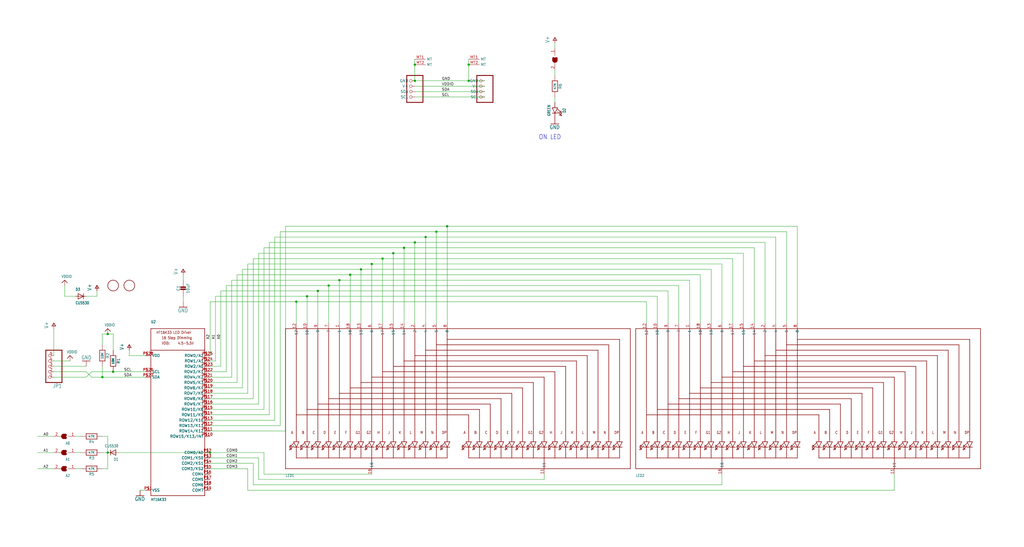
<source format=kicad_sch>
(kicad_sch (version 20230121) (generator eeschema)
  (paper "User" 482.803 257.835)
  (lib_symbols
    (symbol "working-eagle-import:CAP_CERAMIC0805-NOOUTLINE"
      (property "Reference" "C" (at -2.29 1.25 90))
      (symbol "CAP_CERAMIC0805-NOOUTLINE_1_0"
        (pin passive line (at 0 5.08 270) (length 2.54) (name "1") (number "1"))
        (pin passive line (at 0 -2.54 90) (length 2.54) (name "2") (number "2"))
      )
    )
    (symbol "working-eagle-import:DIODESOD-323F"
      (property "Reference" "D" (at -2.54 2.54 0))
      (symbol "DIODESOD-323F_1_0"
        (pin passive line (at -2.54 0 0) (length 2.54) (name "A") (number "A"))
        (pin passive line (at 2.54 0 180) (length 2.54) (name "C") (number "C"))
      )
    )
    (symbol "working-eagle-import:DISP_SEGMENT_STARBURST_DUAL_COMMONCATHODE"
      (property "Reference" "LED" (at -81.28 38.1 0))
      (symbol "DISP_SEGMENT_STARBURST_DUAL_COMMONCATHODE_1_0"
        (text "A" (at -78.74 17.78 0) (effects (font (size 1.27 1.0795)) (justify left bottom)))
        (text "A" (at 2.54 17.78 0) (effects (font (size 1.27 1.0795)) (justify left bottom)))
        (text "B" (at -73.66 17.78 0) (effects (font (size 1.27 1.0795)) (justify left bottom)))
        (text "B" (at 7.62 17.78 0) (effects (font (size 1.27 1.0795)) (justify left bottom)))
        (text "C" (at -68.58 17.78 0) (effects (font (size 1.27 1.0795)) (justify left bottom)))
        (text "C" (at 12.7 17.78 0) (effects (font (size 1.27 1.0795)) (justify left bottom)))
        (text "D" (at -63.5 17.78 0) (effects (font (size 1.27 1.0795)) (justify left bottom)))
        (text "D" (at 17.78 17.78 0) (effects (font (size 1.27 1.0795)) (justify left bottom)))
        (text "DP" (at -7.62 17.78 0) (effects (font (size 1.27 1.0795)) (justify left bottom)))
        (text "DP" (at 73.66 17.78 0) (effects (font (size 1.27 1.0795)) (justify left bottom)))
        (text "E" (at -58.42 17.78 0) (effects (font (size 1.27 1.0795)) (justify left bottom)))
        (text "E" (at 22.86 17.78 0) (effects (font (size 1.27 1.0795)) (justify left bottom)))
        (text "F" (at -53.34 17.78 0) (effects (font (size 1.27 1.0795)) (justify left bottom)))
        (text "F" (at 27.94 17.78 0) (effects (font (size 1.27 1.0795)) (justify left bottom)))
        (text "G1" (at -48.26 17.78 0) (effects (font (size 1.27 1.0795)) (justify left bottom)))
        (text "G1" (at 33.02 17.78 0) (effects (font (size 1.27 1.0795)) (justify left bottom)))
        (text "G2" (at -43.18 17.78 0) (effects (font (size 1.27 1.0795)) (justify left bottom)))
        (text "G2" (at 38.1 17.78 0) (effects (font (size 1.27 1.0795)) (justify left bottom)))
        (text "H" (at -38.1 17.78 0) (effects (font (size 1.27 1.0795)) (justify left bottom)))
        (text "H" (at 43.18 17.78 0) (effects (font (size 1.27 1.0795)) (justify left bottom)))
        (text "J" (at -33.02 17.78 0) (effects (font (size 1.27 1.0795)) (justify left bottom)))
        (text "J" (at 48.26 17.78 0) (effects (font (size 1.27 1.0795)) (justify left bottom)))
        (text "K" (at -27.94 17.78 0) (effects (font (size 1.27 1.0795)) (justify left bottom)))
        (text "K" (at 53.34 17.78 0) (effects (font (size 1.27 1.0795)) (justify left bottom)))
        (text "L" (at -22.86 17.78 0) (effects (font (size 1.27 1.0795)) (justify left bottom)))
        (text "L" (at 58.42 17.78 0) (effects (font (size 1.27 1.0795)) (justify left bottom)))
        (text "M" (at -17.78 17.78 0) (effects (font (size 1.27 1.0795)) (justify left bottom)))
        (text "M" (at 63.5 17.78 0) (effects (font (size 1.27 1.0795)) (justify left bottom)))
        (text "N" (at -12.7 17.78 0) (effects (font (size 1.27 1.0795)) (justify left bottom)))
        (text "N" (at 68.58 17.78 0) (effects (font (size 1.27 1.0795)) (justify left bottom)))
        (pin bidirectional line (at -55.88 -33.02 90) (length 2.54) (name "1") (number "1"))
        (pin bidirectional line (at -71.12 -33.02 90) (length 2.54) (name "10") (number "10"))
        (pin bidirectional line (at 40.64 38.1 270) (length 2.54) (name "11") (number "11"))
        (pin bidirectional line (at -76.2 -33.02 90) (length 2.54) (name "12") (number "12"))
        (pin bidirectional line (at -45.72 -33.02 90) (length 2.54) (name "13") (number "13"))
        (pin bidirectional line (at -25.4 -33.02 90) (length 2.54) (name "14") (number "14"))
        (pin bidirectional line (at -30.48 -33.02 90) (length 2.54) (name "15") (number "15"))
        (pin bidirectional line (at -40.64 38.1 270) (length 2.54) (name "16") (number "16"))
        (pin bidirectional line (at -35.56 -33.02 90) (length 2.54) (name "17") (number "17"))
        (pin bidirectional line (at -50.8 -33.02 90) (length 2.54) (name "18") (number "18"))
        (pin bidirectional line (at -20.32 -33.02 90) (length 2.54) (name "2") (number "2"))
        (pin bidirectional line (at -15.24 -33.02 90) (length 2.54) (name "4") (number "4"))
        (pin bidirectional line (at -10.16 -33.02 90) (length 2.54) (name "5") (number "5"))
        (pin bidirectional line (at -40.64 -33.02 90) (length 2.54) (name "6") (number "6"))
        (pin bidirectional line (at -60.96 -33.02 90) (length 2.54) (name "7") (number "7"))
        (pin bidirectional line (at -5.08 -33.02 90) (length 2.54) (name "8") (number "8"))
        (pin bidirectional line (at -66.04 -33.02 90) (length 2.54) (name "9") (number "9"))
      )
    )
    (symbol "working-eagle-import:FIDUCIAL")
    (symbol "working-eagle-import:GND" (power)
      (property "Value" "GND" (at -2.54 -2.54 0))
      (symbol "GND_1_0"
        (pin power_in line (at 0 2.54 270) (length 2.54) (name "GND") (number "1"))
      )
    )
    (symbol "working-eagle-import:HEADER-1X570MIL"
      (property "Reference" "JP" (at -6.35 8.255 0))
      (symbol "HEADER-1X570MIL_1_0"
        (pin passive inverted (at -2.54 5.08 0) (length 2.54) (name "1") (number "1"))
        (pin passive inverted (at -2.54 2.54 0) (length 2.54) (name "2") (number "2"))
        (pin passive inverted (at -2.54 0 0) (length 2.54) (name "3") (number "3"))
        (pin passive inverted (at -2.54 -2.54 0) (length 2.54) (name "4") (number "4"))
        (pin passive inverted (at -2.54 -5.08 0) (length 2.54) (name "5") (number "5"))
      )
    )
    (symbol "working-eagle-import:HT16K33_SOP28_SKINNY"
      (property "Reference" "U" (at -12.7 40.64 0))
      (symbol "HT16K33_SOP28_SKINNY_1_0"
        (text "16 Step Dimming" (at -7.62 33.02 0) (effects (font (size 1.27 1.0795)) (justify left bottom)))
        (text "4.5-5.5V" (at 0 30.48 0) (effects (font (size 1.27 1.0795)) (justify left bottom)))
        (text "HT16K33 LED Driver" (at -10.16 35.56 0) (effects (font (size 1.27 1.0795)) (justify left bottom)))
        (text "VDD:" (at -7.62 30.48 0) (effects (font (size 1.27 1.0795)) (justify left bottom)))
        (pin bidirectional line (at -15.24 -38.1 0) (length 2.54) (name "VSS") (number "P$1"))
        (pin bidirectional line (at 15.24 -12.7 180) (length 2.54) (name "ROW15/K13/INT") (number "P$10"))
        (pin bidirectional line (at 15.24 -10.16 180) (length 2.54) (name "ROW14/K12") (number "P$11"))
        (pin bidirectional line (at 15.24 -7.62 180) (length 2.54) (name "ROW13/K11") (number "P$12"))
        (pin bidirectional line (at 15.24 -5.08 180) (length 2.54) (name "ROW12/K10") (number "P$13"))
        (pin bidirectional line (at 15.24 -2.54 180) (length 2.54) (name "ROW11/K9") (number "P$14"))
        (pin bidirectional line (at 15.24 0 180) (length 2.54) (name "ROW10/K8") (number "P$15"))
        (pin bidirectional line (at 15.24 2.54 180) (length 2.54) (name "ROW9/K7") (number "P$16"))
        (pin bidirectional line (at 15.24 5.08 180) (length 2.54) (name "ROW8/K6") (number "P$17"))
        (pin bidirectional line (at 15.24 7.62 180) (length 2.54) (name "ROW7/K5") (number "P$18"))
        (pin bidirectional line (at 15.24 10.16 180) (length 2.54) (name "ROW6/K4") (number "P$19"))
        (pin bidirectional line (at 15.24 -20.32 180) (length 2.54) (name "COM0/AD") (number "P$2"))
        (pin bidirectional line (at 15.24 12.7 180) (length 2.54) (name "ROW5/K3") (number "P$20"))
        (pin bidirectional line (at 15.24 15.24 180) (length 2.54) (name "ROW4/K2") (number "P$21"))
        (pin bidirectional line (at 15.24 17.78 180) (length 2.54) (name "ROW3/K1") (number "P$22"))
        (pin bidirectional line (at 15.24 20.32 180) (length 2.54) (name "ROW2/A0") (number "P$23"))
        (pin bidirectional line (at 15.24 22.86 180) (length 2.54) (name "ROW1/A1") (number "P$24"))
        (pin bidirectional line (at 15.24 25.4 180) (length 2.54) (name "ROW0/A2") (number "P$25"))
        (pin bidirectional line (at -15.24 17.78 0) (length 2.54) (name "SCL") (number "P$26"))
        (pin bidirectional line (at -15.24 15.24 0) (length 2.54) (name "SDA") (number "P$27"))
        (pin bidirectional line (at -15.24 25.4 0) (length 2.54) (name "VDD") (number "P$28"))
        (pin bidirectional line (at 15.24 -22.86 180) (length 2.54) (name "COM1/KS0") (number "P$3"))
        (pin bidirectional line (at 15.24 -25.4 180) (length 2.54) (name "COM2/KS1") (number "P$4"))
        (pin bidirectional line (at 15.24 -27.94 180) (length 2.54) (name "COM3/KS2") (number "P$5"))
        (pin bidirectional line (at 15.24 -30.48 180) (length 2.54) (name "COM4") (number "P$6"))
        (pin bidirectional line (at 15.24 -33.02 180) (length 2.54) (name "COM5") (number "P$7"))
        (pin bidirectional line (at 15.24 -35.56 180) (length 2.54) (name "COM6") (number "P$8"))
        (pin bidirectional line (at 15.24 -38.1 180) (length 2.54) (name "COM7") (number "P$9"))
      )
    )
    (symbol "working-eagle-import:LED0603_NOOUTLINE"
      (property "Reference" "D" (at -1.27 4.445 0))
      (symbol "LED0603_NOOUTLINE_1_0"
        (pin passive line (at -5.08 0 0) (length 2.54) (name "A") (number "A"))
        (pin passive line (at 2.54 0 180) (length 2.54) (name "C") (number "C"))
      )
    )
    (symbol "working-eagle-import:RESISTOR_0603_NOOUT"
      (property "Reference" "R" (at 0 2.54 0))
      (symbol "RESISTOR_0603_NOOUT_1_0"
        (pin passive line (at -5.08 0 0) (length 2.54) (name "1") (number "1"))
        (pin passive line (at 5.08 0 180) (length 2.54) (name "2") (number "2"))
      )
    )
    (symbol "working-eagle-import:SOLDERJUMPERCLOSED"
      (property "Reference" "SJ" (at -2.54 2.54 0))
      (symbol "SOLDERJUMPERCLOSED_1_0"
        (pin passive line (at -5.08 0 0) (length 2.54) (name "1") (number "1"))
        (pin passive line (at 5.08 0 180) (length 2.54) (name "2") (number "2"))
      )
    )
    (symbol "working-eagle-import:SOLDERJUMPERREFLOW_NOPASTE"
      (property "Reference" "SJ" (at -2.54 2.54 0))
      (symbol "SOLDERJUMPERREFLOW_NOPASTE_1_0"
        (pin passive line (at -5.08 0 0) (length 2.54) (name "1") (number "1"))
        (pin passive line (at 5.08 0 180) (length 2.54) (name "2") (number "2"))
      )
    )
    (symbol "working-eagle-import:STEMMA_I2C_QTRA"
      (symbol "STEMMA_I2C_QTRA_1_0"
        (pin passive inverted (at 0 5.08 0) (length 2.54) (name "GND") (number "1"))
        (pin passive inverted (at 0 2.54 0) (length 2.54) (name "V+") (number "2"))
        (pin passive inverted (at 0 0 0) (length 2.54) (name "SDA") (number "3"))
        (pin passive inverted (at 0 -2.54 0) (length 2.54) (name "SCL") (number "4"))
      )
      (symbol "STEMMA_I2C_QTRA_2_0"
        (pin bidirectional line (at 0 0 0) (length 5.08) (name "MT") (number "MT1"))
      )
      (symbol "STEMMA_I2C_QTRA_3_0"
        (pin bidirectional line (at 0 0 0) (length 5.08) (name "MT") (number "MT2"))
      )
    )
    (symbol "working-eagle-import:V+" (power)
      (property "Value" "V+" (at -2.54 -2.54 90))
      (symbol "V+_1_0"
        (pin power_in line (at 0 -2.54 90) (length 2.54) (name "V+") (number "1"))
      )
    )
    (symbol "working-eagle-import:VDDIO" (power)
      (property "Value" "VDDIO" (at -1.524 1.016 0))
      (symbol "VDDIO_1_0"
        (pin power_in line (at 0 -2.54 90) (length 2.54) (name "VDDIO") (number "1"))
      )
    )
  )
  (junction (at 154.94 134.62))
  (junction (at 190.5 116.84))
  (junction (at 50.8 157.48))
  (junction (at 195.58 114.3))
  (junction (at 200.66 111.76))
  (junction (at 50.8 213.36))
  (junction (at 99.06 213.36))
  (junction (at 175.26 124.46))
  (junction (at 165.1 129.54))
  (junction (at 220.98 38.1))
  (junction (at 170.18 127))
  (junction (at 144.78 139.7))
  (junction (at 139.7 142.24))
  (junction (at 180.34 121.92))
  (junction (at 195.58 38.1))
  (junction (at 220.98 30.48))
  (junction (at 195.58 30.48))
  (junction (at 53.34 175.26))
  (junction (at 185.42 119.38))
  (junction (at 48.26 177.8))
  (junction (at 160.02 132.08))
  (junction (at 210.82 106.68))
  (junction (at 205.74 109.22))
  (junction (at 149.86 137.16))
  (wire (pts (xy 99.06 198.12) (xy 129.54 198.12)) (stroke (width 0.1524)))
  (wire (pts (xy 121.92 119.38) (xy 185.42 119.38)) (stroke (width 0.1524)))
  (wire (pts (xy 38.1 213.36) (xy 35.56 213.36)) (stroke (width 0.1524)))
  (wire (pts (xy 99.06 218.44) (xy 119.38 218.44)) (stroke (width 0.1524)))
  (wire (pts (xy 121.92 190.5) (xy 121.92 119.38)) (stroke (width 0.1524)))
  (wire (pts (xy 180.34 121.92) (xy 180.34 152.4)) (stroke (width 0.1524)))
  (wire (pts (xy 220.98 38.1) (xy 220.98 30.48)) (stroke (width 0.1524)))
  (wire (pts (xy 320.04 134.62) (xy 320.04 152.4)) (stroke (width 0.1524)))
  (wire (pts (xy 340.36 228.6) (xy 340.36 223.52)) (stroke (width 0.1524)))
  (wire (pts (xy 99.06 177.8) (xy 109.22 177.8)) (stroke (width 0.1524)))
  (wire (pts (xy 185.42 119.38) (xy 350.52 119.38)) (stroke (width 0.1524)))
  (wire (pts (xy 48.26 157.48) (xy 50.8 157.48)) (stroke (width 0.1524)))
  (wire (pts (xy 17.78 205.74) (xy 25.4 205.74)) (stroke (width 0.1524)))
  (wire (pts (xy 355.6 116.84) (xy 355.6 152.4)) (stroke (width 0.1524)))
  (wire (pts (xy 119.38 121.92) (xy 180.34 121.92)) (stroke (width 0.1524)))
  (wire (pts (xy 370.84 109.22) (xy 370.84 152.4)) (stroke (width 0.1524)))
  (wire (pts (xy 60.96 167.64) (xy 60.96 165.1)) (stroke (width 0.1524)))
  (wire (pts (xy 68.58 177.8) (xy 48.26 177.8)) (stroke (width 0.1524)))
  (wire (pts (xy 261.62 33.02) (xy 261.62 35.56)) (stroke (width 0.1524)))
  (wire (pts (xy 195.58 114.3) (xy 195.58 152.4)) (stroke (width 0.1524)))
  (wire (pts (xy 180.34 121.92) (xy 345.44 121.92)) (stroke (width 0.1524)))
  (wire (pts (xy 48.26 205.74) (xy 50.8 205.74)) (stroke (width 0.1524)))
  (wire (pts (xy 99.06 190.5) (xy 121.92 190.5)) (stroke (width 0.1524)))
  (wire (pts (xy 134.62 106.68) (xy 210.82 106.68)) (stroke (width 0.1524)))
  (wire (pts (xy 99.06 180.34) (xy 111.76 180.34)) (stroke (width 0.1524)))
  (wire (pts (xy 45.72 137.16) (xy 45.72 139.7)) (stroke (width 0.1524)))
  (wire (pts (xy 86.36 142.24) (xy 86.36 139.7)) (stroke (width 0.1524)))
  (wire (pts (xy 124.46 116.84) (xy 190.5 116.84)) (stroke (width 0.1524)))
  (wire (pts (xy 228.6 43.18) (xy 195.58 43.18)) (stroke (width 0.1524)))
  (wire (pts (xy 124.46 213.36) (xy 124.46 223.52)) (stroke (width 0.1524)))
  (wire (pts (xy 134.62 203.2) (xy 134.62 106.68)) (stroke (width 0.1524)))
  (wire (pts (xy 149.86 137.16) (xy 149.86 152.4)) (stroke (width 0.1524)))
  (wire (pts (xy 66.04 231.14) (xy 68.58 231.14)) (stroke (width 0.1524)))
  (wire (pts (xy 99.06 195.58) (xy 127 195.58)) (stroke (width 0.1524)))
  (wire (pts (xy 165.1 129.54) (xy 165.1 152.4)) (stroke (width 0.1524)))
  (wire (pts (xy 190.5 116.84) (xy 190.5 152.4)) (stroke (width 0.1524)))
  (wire (pts (xy 314.96 137.16) (xy 314.96 152.4)) (stroke (width 0.1524)))
  (wire (pts (xy 200.66 111.76) (xy 200.66 152.4)) (stroke (width 0.1524)))
  (wire (pts (xy 116.84 124.46) (xy 175.26 124.46)) (stroke (width 0.1524)))
  (wire (pts (xy 210.82 106.68) (xy 375.92 106.68)) (stroke (width 0.1524)))
  (wire (pts (xy 149.86 137.16) (xy 314.96 137.16)) (stroke (width 0.1524)))
  (wire (pts (xy 360.68 114.3) (xy 360.68 152.4)) (stroke (width 0.1524)))
  (wire (pts (xy 25.4 175.26) (xy 40.64 175.26)) (stroke (width 0.1524)))
  (wire (pts (xy 99.06 200.66) (xy 132.08 200.66)) (stroke (width 0.1524)))
  (wire (pts (xy 38.1 220.98) (xy 35.56 220.98)) (stroke (width 0.1524)))
  (wire (pts (xy 101.6 139.7) (xy 144.78 139.7)) (stroke (width 0.1524)))
  (wire (pts (xy 86.36 129.54) (xy 86.36 132.08)) (stroke (width 0.1524)))
  (wire (pts (xy 99.06 220.98) (xy 116.84 220.98)) (stroke (width 0.1524)))
  (wire (pts (xy 99.06 172.72) (xy 104.14 172.72)) (stroke (width 0.1524)))
  (wire (pts (xy 175.26 124.46) (xy 340.36 124.46)) (stroke (width 0.1524)))
  (wire (pts (xy 154.94 134.62) (xy 154.94 152.4)) (stroke (width 0.1524)))
  (wire (pts (xy 144.78 139.7) (xy 144.78 152.4)) (stroke (width 0.1524)))
  (wire (pts (xy 40.64 175.26) (xy 43.18 177.8)) (stroke (width 0.1524)))
  (wire (pts (xy 365.76 111.76) (xy 365.76 152.4)) (stroke (width 0.1524)))
  (wire (pts (xy 340.36 124.46) (xy 340.36 152.4)) (stroke (width 0.1524)))
  (wire (pts (xy 109.22 132.08) (xy 160.02 132.08)) (stroke (width 0.1524)))
  (wire (pts (xy 25.4 220.98) (xy 17.78 220.98)) (stroke (width 0.1524)))
  (wire (pts (xy 99.06 203.2) (xy 134.62 203.2)) (stroke (width 0.1524)))
  (wire (pts (xy 132.08 200.66) (xy 132.08 109.22)) (stroke (width 0.1524)))
  (wire (pts (xy 53.34 175.26) (xy 43.18 175.26)) (stroke (width 0.1524)))
  (wire (pts (xy 220.98 38.1) (xy 195.58 38.1)) (stroke (width 0.1524)))
  (wire (pts (xy 114.3 127) (xy 170.18 127)) (stroke (width 0.1524)))
  (wire (pts (xy 99.06 213.36) (xy 124.46 213.36)) (stroke (width 0.1524)))
  (wire (pts (xy 111.76 129.54) (xy 165.1 129.54)) (stroke (width 0.1524)))
  (wire (pts (xy 25.4 167.64) (xy 25.4 154.94)) (stroke (width 0.1524)))
  (wire (pts (xy 195.58 114.3) (xy 360.68 114.3)) (stroke (width 0.1524)))
  (wire (pts (xy 40.64 172.72) (xy 25.4 172.72)) (stroke (width 0.1524)))
  (wire (pts (xy 48.26 162.56) (xy 48.26 157.48)) (stroke (width 0.1524)))
  (wire (pts (xy 101.6 170.18) (xy 101.6 139.7)) (stroke (width 0.1524)))
  (wire (pts (xy 99.06 182.88) (xy 114.3 182.88)) (stroke (width 0.1524)))
  (wire (pts (xy 127 114.3) (xy 195.58 114.3)) (stroke (width 0.1524)))
  (wire (pts (xy 170.18 127) (xy 170.18 152.4)) (stroke (width 0.1524)))
  (wire (pts (xy 35.56 139.7) (xy 30.48 139.7)) (stroke (width 0.1524)))
  (wire (pts (xy 256.54 226.06) (xy 256.54 223.52)) (stroke (width 0.1524)))
  (wire (pts (xy 261.62 20.32) (xy 261.62 22.86)) (stroke (width 0.1524)))
  (wire (pts (xy 116.84 185.42) (xy 116.84 124.46)) (stroke (width 0.1524)))
  (wire (pts (xy 210.82 106.68) (xy 210.82 152.4)) (stroke (width 0.1524)))
  (wire (pts (xy 220.98 30.48) (xy 220.98 27.94)) (stroke (width 0.1524)))
  (wire (pts (xy 421.64 231.14) (xy 421.64 223.52)) (stroke (width 0.1524)))
  (wire (pts (xy 99.06 193.04) (xy 124.46 193.04)) (stroke (width 0.1524)))
  (wire (pts (xy 68.58 175.26) (xy 53.34 175.26)) (stroke (width 0.1524)))
  (wire (pts (xy 170.18 127) (xy 335.28 127)) (stroke (width 0.1524)))
  (wire (pts (xy 109.22 177.8) (xy 109.22 132.08)) (stroke (width 0.1524)))
  (wire (pts (xy 50.8 220.98) (xy 50.8 213.36)) (stroke (width 0.1524)))
  (wire (pts (xy 309.88 139.7) (xy 309.88 152.4)) (stroke (width 0.1524)))
  (wire (pts (xy 43.18 177.8) (xy 48.26 177.8)) (stroke (width 0.1524)))
  (wire (pts (xy 350.52 119.38) (xy 350.52 152.4)) (stroke (width 0.1524)))
  (wire (pts (xy 99.06 170.18) (xy 101.6 170.18)) (stroke (width 0.1524)))
  (wire (pts (xy 48.26 213.36) (xy 50.8 213.36)) (stroke (width 0.1524)))
  (wire (pts (xy 99.06 215.9) (xy 121.92 215.9)) (stroke (width 0.1524)))
  (wire (pts (xy 124.46 193.04) (xy 124.46 116.84)) (stroke (width 0.1524)))
  (wire (pts (xy 119.38 228.6) (xy 340.36 228.6)) (stroke (width 0.1524)))
  (wire (pts (xy 129.54 198.12) (xy 129.54 111.76)) (stroke (width 0.1524)))
  (wire (pts (xy 116.84 220.98) (xy 116.84 231.14)) (stroke (width 0.1524)))
  (wire (pts (xy 304.8 142.24) (xy 304.8 152.4)) (stroke (width 0.1524)))
  (wire (pts (xy 45.72 139.7) (xy 40.64 139.7)) (stroke (width 0.1524)))
  (wire (pts (xy 228.6 40.64) (xy 195.58 40.64)) (stroke (width 0.1524)))
  (wire (pts (xy 335.28 127) (xy 335.28 152.4)) (stroke (width 0.1524)))
  (wire (pts (xy 99.06 142.24) (xy 139.7 142.24)) (stroke (width 0.1524)))
  (wire (pts (xy 119.38 187.96) (xy 119.38 121.92)) (stroke (width 0.1524)))
  (wire (pts (xy 99.06 175.26) (xy 106.68 175.26)) (stroke (width 0.1524)))
  (wire (pts (xy 40.64 177.8) (xy 25.4 177.8)) (stroke (width 0.1524)))
  (wire (pts (xy 160.02 132.08) (xy 325.12 132.08)) (stroke (width 0.1524)))
  (wire (pts (xy 345.44 121.92) (xy 345.44 152.4)) (stroke (width 0.1524)))
  (wire (pts (xy 30.48 139.7) (xy 30.48 134.62)) (stroke (width 0.1524)))
  (wire (pts (xy 116.84 231.14) (xy 421.64 231.14)) (stroke (width 0.1524)))
  (wire (pts (xy 228.6 45.72) (xy 195.58 45.72)) (stroke (width 0.1524)))
  (wire (pts (xy 99.06 185.42) (xy 116.84 185.42)) (stroke (width 0.1524)))
  (wire (pts (xy 104.14 172.72) (xy 104.14 137.16)) (stroke (width 0.1524)))
  (wire (pts (xy 114.3 182.88) (xy 114.3 127)) (stroke (width 0.1524)))
  (wire (pts (xy 99.06 167.64) (xy 99.06 142.24)) (stroke (width 0.1524)))
  (wire (pts (xy 185.42 119.38) (xy 185.42 152.4)) (stroke (width 0.1524)))
  (wire (pts (xy 68.58 167.64) (xy 60.96 167.64)) (stroke (width 0.1524)))
  (wire (pts (xy 195.58 30.48) (xy 195.58 38.1)) (stroke (width 0.1524)))
  (wire (pts (xy 50.8 157.48) (xy 53.34 157.48)) (stroke (width 0.1524)))
  (wire (pts (xy 375.92 106.68) (xy 375.92 152.4)) (stroke (width 0.1524)))
  (wire (pts (xy 33.02 170.18) (xy 25.4 170.18)) (stroke (width 0.1524)))
  (wire (pts (xy 43.18 175.26) (xy 40.64 177.8)) (stroke (width 0.1524)))
  (wire (pts (xy 48.26 177.8) (xy 48.26 172.72)) (stroke (width 0.1524)))
  (wire (pts (xy 195.58 27.94) (xy 195.58 30.48)) (stroke (width 0.1524)))
  (wire (pts (xy 50.8 213.36) (xy 50.8 205.74)) (stroke (width 0.1524)))
  (wire (pts (xy 165.1 129.54) (xy 330.2 129.54)) (stroke (width 0.1524)))
  (wire (pts (xy 261.62 48.26) (xy 261.62 45.72)) (stroke (width 0.1524)))
  (wire (pts (xy 124.46 223.52) (xy 175.26 223.52)) (stroke (width 0.1524)))
  (wire (pts (xy 129.54 111.76) (xy 200.66 111.76)) (stroke (width 0.1524)))
  (wire (pts (xy 106.68 134.62) (xy 154.94 134.62)) (stroke (width 0.1524)))
  (wire (pts (xy 119.38 218.44) (xy 119.38 228.6)) (stroke (width 0.1524)))
  (wire (pts (xy 25.4 213.36) (xy 17.78 213.36)) (stroke (width 0.1524)))
  (wire (pts (xy 111.76 180.34) (xy 111.76 129.54)) (stroke (width 0.1524)))
  (wire (pts (xy 144.78 139.7) (xy 309.88 139.7)) (stroke (width 0.1524)))
  (wire (pts (xy 55.88 213.36) (xy 99.06 213.36)) (stroke (width 0.1524)))
  (wire (pts (xy 160.02 132.08) (xy 160.02 152.4)) (stroke (width 0.1524)))
  (wire (pts (xy 48.26 220.98) (xy 50.8 220.98)) (stroke (width 0.1524)))
  (wire (pts (xy 104.14 137.16) (xy 149.86 137.16)) (stroke (width 0.1524)))
  (wire (pts (xy 139.7 142.24) (xy 139.7 152.4)) (stroke (width 0.1524)))
  (wire (pts (xy 53.34 157.48) (xy 53.34 165.1)) (stroke (width 0.1524)))
  (wire (pts (xy 330.2 129.54) (xy 330.2 152.4)) (stroke (width 0.1524)))
  (wire (pts (xy 106.68 175.26) (xy 106.68 134.62)) (stroke (width 0.1524)))
  (wire (pts (xy 154.94 134.62) (xy 320.04 134.62)) (stroke (width 0.1524)))
  (wire (pts (xy 200.66 111.76) (xy 365.76 111.76)) (stroke (width 0.1524)))
  (wire (pts (xy 121.92 215.9) (xy 121.92 226.06)) (stroke (width 0.1524)))
  (wire (pts (xy 38.1 205.74) (xy 35.56 205.74)) (stroke (width 0.1524)))
  (wire (pts (xy 127 195.58) (xy 127 114.3)) (stroke (width 0.1524)))
  (wire (pts (xy 132.08 109.22) (xy 205.74 109.22)) (stroke (width 0.1524)))
  (wire (pts (xy 139.7 142.24) (xy 304.8 142.24)) (stroke (width 0.1524)))
  (wire (pts (xy 175.26 124.46) (xy 175.26 152.4)) (stroke (width 0.1524)))
  (wire (pts (xy 205.74 109.22) (xy 370.84 109.22)) (stroke (width 0.1524)))
  (wire (pts (xy 190.5 116.84) (xy 355.6 116.84)) (stroke (width 0.1524)))
  (wire (pts (xy 121.92 226.06) (xy 256.54 226.06)) (stroke (width 0.1524)))
  (wire (pts (xy 228.6 38.1) (xy 220.98 38.1)) (stroke (width 0.1524)))
  (wire (pts (xy 99.06 187.96) (xy 119.38 187.96)) (stroke (width 0.1524)))
  (wire (pts (xy 325.12 132.08) (xy 325.12 152.4)) (stroke (width 0.1524)))
  (wire (pts (xy 205.74 109.22) (xy 205.74 152.4)) (stroke (width 0.1524)))
  (text "ON LED" (at 254 66.04 0) (effects (font (size 2.1844 1.8567)) (justify left bottom)))
  (label "COM0" (at 106.68 213.36 0) (effects (font (size 1.2446 1.2446))))
  (label "SCL" (at 58.42 175.26 0) (effects (font (size 1.2446 1.2446))))
  (label "A0" (at 104.14 160.02 90) (effects (font (size 1.2446 1.2446))))
  (label "A0" (at 22.86 205.74 180) (effects (font (size 1.2446 1.2446))))
  (label "SDA" (at 58.42 177.8 0) (effects (font (size 1.2446 1.2446))))
  (label "A2" (at 99.06 160.02 90) (effects (font (size 1.2446 1.2446))))
  (label "GND" (at 208.28 38.1 0) (effects (font (size 1.2446 1.2446))))
  (label "VDDIO" (at 208.28 40.64 0) (effects (font (size 1.2446 1.2446))))
  (label "A1" (at 101.6 160.02 90) (effects (font (size 1.2446 1.2446))))
  (label "COM2" (at 106.68 218.44 0) (effects (font (size 1.2446 1.2446))))
  (label "COM1" (at 106.68 215.9 0) (effects (font (size 1.2446 1.2446))))
  (label "A2" (at 22.86 220.98 180) (effects (font (size 1.2446 1.2446))))
  (label "COM3" (at 106.68 220.98 0) (effects (font (size 1.2446 1.2446))))
  (label "A1" (at 22.86 213.36 180) (effects (font (size 1.2446 1.2446))))
  (label "SCL" (at 208.28 45.72 0) (effects (font (size 1.2446 1.2446))))
  (label "SDA" (at 208.28 43.18 0) (effects (font (size 1.2446 1.2446))))
  (symbol (lib_id "working-eagle-import:GND") (at 40.64 170.18 180) (unit 1)
    (property "Reference" "#GND2" (effects hide))
    (property "Value" "GND" (at 43.18 167.64 0) (effects (font (size 1.778 1.5113)) (justify left bottom)))
  )
  (symbol (lib_id "working-eagle-import:V+") (at 261.62 17.78 0) (unit 1)
    (property "Reference" "#P+5" (effects hide))
    (property "Value" "V+" (at 259.08 20.32 90) (effects (font (size 1.778 1.5113)) (justify left bottom)))
  )
  (symbol (lib_id "working-eagle-import:STEMMA_I2C_QTRA") (at 228.6 43.18 0) (mirror y) (unit 1)
    (property "Reference" "CONN2" (effects hide))
    (property "Value" "STEMMA_I2C_QTRA" (effects hide))
    (property "Footprint" "working:JST_SH4_RA" (effects hide))
  )
  (symbol (lib_id "working-eagle-import:STEMMA_I2C_QTRA") (at 220.98 27.94 0) (unit 2)
    (property "Reference" "CONN2" (effects hide))
    (property "Value" "STEMMA_I2C_QTRA" (effects hide))
    (property "Footprint" "working:JST_SH4_RA" (effects hide))
  )
  (symbol (lib_id "working-eagle-import:RESISTOR_0603_NOOUT") (at 261.62 40.64 270) (unit 1)
    (property "Reference" "R6" (at 264.16 40.64 0))
    (property "Value" "47K" (at 261.62 40.64 0) (effects (font (size 1.016 1.016) bold)))
    (property "Footprint" "working:0603-NO" (effects hide))
  )
  (symbol (lib_id "working-eagle-import:RESISTOR_0603_NOOUT") (at 43.18 220.98 180) (unit 1)
    (property "Reference" "R5" (at 43.18 223.52 0))
    (property "Value" "47K" (at 43.18 220.98 0) (effects (font (size 1.016 1.016) bold)))
    (property "Footprint" "working:0603-NO" (effects hide))
  )
  (symbol (lib_id "working-eagle-import:DISP_SEGMENT_STARBURST_DUAL_COMMONCATHODE") (at 381 185.42 0) (mirror x) (unit 1)
    (property "Reference" "LED2" (at 299.72 223.52 0) (effects (font (size 1.27 1.0795)) (justify left bottom)))
    (property "Value" "DISP_SEGMENT_STARBURST_DUAL_COMMONCATHODE" (effects hide))
    (property "Footprint" "working:SEGMENT_STARTBUST_DUAL_KWA-541CBB" (effects hide))
  )
  (symbol (lib_id "working-eagle-import:DIODESOD-323F") (at 53.34 213.36 180) (unit 1)
    (property "Reference" "D1" (at 55.88 215.9 0) (effects (font (size 1.27 1.0795)) (justify left bottom)))
    (property "Value" "CUS530" (at 55.88 209.55 0) (effects (font (size 1.27 1.0795)) (justify left bottom)))
    (property "Footprint" "working:SOD-323F" (effects hide))
  )
  (symbol (lib_id "working-eagle-import:GND") (at 86.36 144.78 0) (unit 1)
    (property "Reference" "#GND3" (effects hide))
    (property "Value" "GND" (at 83.82 147.32 0) (effects (font (size 1.778 1.5113)) (justify left bottom)))
  )
  (symbol (lib_id "working-eagle-import:FIDUCIAL") (at 53.34 134.62 0) (unit 1)
    (property "Reference" "U$1" (effects hide))
    (property "Value" "FIDUCIAL" (effects hide))
    (property "Footprint" "working:FIDUCIAL_1MM" (effects hide))
  )
  (symbol (lib_id "working-eagle-import:RESISTOR_0603_NOOUT") (at 53.34 170.18 270) (unit 1)
    (property "Reference" "R1" (at 55.88 170.18 0))
    (property "Value" "10K" (at 53.34 170.18 0) (effects (font (size 1.016 1.016) bold)))
    (property "Footprint" "working:0603-NO" (effects hide))
  )
  (symbol (lib_id "working-eagle-import:STEMMA_I2C_QTRA") (at 195.58 27.94 0) (unit 2)
    (property "Reference" "CONN1" (effects hide))
    (property "Value" "STEMMA_I2C_QTRA" (effects hide))
    (property "Footprint" "working:JST_SH4_RA" (effects hide))
  )
  (symbol (lib_id "working-eagle-import:RESISTOR_0603_NOOUT") (at 43.18 213.36 180) (unit 1)
    (property "Reference" "R3" (at 43.18 215.9 0))
    (property "Value" "47K" (at 43.18 213.36 0) (effects (font (size 1.016 1.016) bold)))
    (property "Footprint" "working:0603-NO" (effects hide))
  )
  (symbol (lib_id "working-eagle-import:V+") (at 86.36 127 0) (unit 1)
    (property "Reference" "#P+1" (effects hide))
    (property "Value" "V+" (at 83.82 129.54 90) (effects (font (size 1.778 1.5113)) (justify left bottom)))
  )
  (symbol (lib_id "working-eagle-import:CAP_CERAMIC0805-NOOUTLINE") (at 86.36 137.16 0) (unit 1)
    (property "Reference" "C1" (at 84.07 135.91 90))
    (property "Value" "10uF" (at 88.66 135.91 90))
    (property "Footprint" "working:0805-NO" (effects hide))
  )
  (symbol (lib_id "working-eagle-import:LED0603_NOOUTLINE") (at 261.62 53.34 270) (unit 1)
    (property "Reference" "D2" (at 266.065 52.07 0) (effects (font (size 1.27 1.0795))))
    (property "Value" "GREEN" (at 258.826 52.07 0) (effects (font (size 1.27 1.0795))))
    (property "Footprint" "working:CHIPLED_0603_NOOUTLINE" (effects hide))
  )
  (symbol (lib_id "working-eagle-import:VDDIO") (at 33.02 167.64 0) (unit 1)
    (property "Reference" "#U$9" (effects hide))
    (property "Value" "VDDIO" (at 31.496 166.624 0) (effects (font (size 1.27 1.0795)) (justify left bottom)))
  )
  (symbol (lib_id "working-eagle-import:SOLDERJUMPERREFLOW_NOPASTE") (at 30.48 213.36 180) (unit 1)
    (property "Reference" "A1" (at 33.02 215.9 0) (effects (font (size 1.27 1.0795)) (justify left bottom)))
    (property "Value" "SOLDERJUMPERREFLOW_NOPASTE" (effects hide))
    (property "Footprint" "working:SOLDERJUMPER_REFLOW_NOPASTE" (effects hide))
  )
  (symbol (lib_id "working-eagle-import:GND") (at 66.04 233.68 0) (unit 1)
    (property "Reference" "#GND5" (effects hide))
    (property "Value" "GND" (at 63.5 236.22 0) (effects (font (size 1.778 1.5113)) (justify left bottom)))
  )
  (symbol (lib_id "working-eagle-import:RESISTOR_0603_NOOUT") (at 48.26 167.64 270) (unit 1)
    (property "Reference" "R2" (at 50.8 167.64 0))
    (property "Value" "10K" (at 48.26 167.64 0) (effects (font (size 1.016 1.016) bold)))
    (property "Footprint" "working:0603-NO" (effects hide))
  )
  (symbol (lib_id "working-eagle-import:V+") (at 45.72 134.62 0) (unit 1)
    (property "Reference" "#P+2" (effects hide))
    (property "Value" "V+" (at 43.18 137.16 90) (effects (font (size 1.778 1.5113)) (justify left bottom)))
  )
  (symbol (lib_id "working-eagle-import:HEADER-1X570MIL") (at 22.86 172.72 180) (unit 1)
    (property "Reference" "JP1" (at 29.21 180.975 0) (effects (font (size 1.778 1.5113)) (justify left bottom)))
    (property "Value" "HEADER-1X570MIL" (effects hide))
    (property "Footprint" "working:1X05_ROUND_70" (effects hide))
  )
  (symbol (lib_id "working-eagle-import:VDDIO") (at 30.48 132.08 0) (unit 1)
    (property "Reference" "#U$4" (effects hide))
    (property "Value" "VDDIO" (at 28.956 131.064 0) (effects (font (size 1.27 1.0795)) (justify left bottom)))
  )
  (symbol (lib_id "working-eagle-import:FIDUCIAL") (at 60.96 134.62 0) (unit 1)
    (property "Reference" "U$2" (effects hide))
    (property "Value" "FIDUCIAL" (effects hide))
    (property "Footprint" "working:FIDUCIAL_1MM" (effects hide))
  )
  (symbol (lib_id "working-eagle-import:DIODESOD-323F") (at 38.1 139.7 0) (unit 1)
    (property "Reference" "D3" (at 35.56 137.16 0) (effects (font (size 1.27 1.0795)) (justify left bottom)))
    (property "Value" "CUS530" (at 35.56 143.51 0) (effects (font (size 1.27 1.0795)) (justify left bottom)))
    (property "Footprint" "working:SOD-323F" (effects hide))
  )
  (symbol (lib_id "working-eagle-import:SOLDERJUMPERREFLOW_NOPASTE") (at 30.48 220.98 180) (unit 1)
    (property "Reference" "A2" (at 33.02 223.52 0) (effects (font (size 1.27 1.0795)) (justify left bottom)))
    (property "Value" "SOLDERJUMPERREFLOW_NOPASTE" (effects hide))
    (property "Footprint" "working:SOLDERJUMPER_REFLOW_NOPASTE" (effects hide))
  )
  (symbol (lib_id "working-eagle-import:DISP_SEGMENT_STARBURST_DUAL_COMMONCATHODE") (at 215.9 185.42 0) (mirror x) (unit 1)
    (property "Reference" "LED1" (at 134.62 223.52 0) (effects (font (size 1.27 1.0795)) (justify left bottom)))
    (property "Value" "DISP_SEGMENT_STARBURST_DUAL_COMMONCATHODE" (effects hide))
    (property "Footprint" "working:SEGMENT_STARTBUST_DUAL_KWA-541CBB" (effects hide))
  )
  (symbol (lib_id "working-eagle-import:RESISTOR_0603_NOOUT") (at 43.18 205.74 180) (unit 1)
    (property "Reference" "R4" (at 43.18 208.28 0))
    (property "Value" "47K" (at 43.18 205.74 0) (effects (font (size 1.016 1.016) bold)))
    (property "Footprint" "working:0603-NO" (effects hide))
  )
  (symbol (lib_id "working-eagle-import:SOLDERJUMPERREFLOW_NOPASTE") (at 30.48 205.74 180) (unit 1)
    (property "Reference" "A0" (at 33.02 208.28 0) (effects (font (size 1.27 1.0795)) (justify left bottom)))
    (property "Value" "SOLDERJUMPERREFLOW_NOPASTE" (effects hide))
    (property "Footprint" "working:SOLDERJUMPER_REFLOW_NOPASTE" (effects hide))
  )
  (symbol (lib_id "working-eagle-import:VDDIO") (at 50.8 154.94 0) (unit 1)
    (property "Reference" "#U$5" (effects hide))
    (property "Value" "VDDIO" (at 49.276 153.924 0) (effects (font (size 1.27 1.0795)) (justify left bottom)))
  )
  (symbol (lib_id "working-eagle-import:V+") (at 25.4 152.4 0) (unit 1)
    (property "Reference" "#P+3" (effects hide))
    (property "Value" "V+" (at 22.86 154.94 90) (effects (font (size 1.778 1.5113)) (justify left bottom)))
  )
  (symbol (lib_id "working-eagle-import:HT16K33_SOP28_SKINNY") (at 83.82 193.04 0) (unit 1)
    (property "Reference" "U2" (at 71.12 152.4 0) (effects (font (size 1.27 1.0795)) (justify left bottom)))
    (property "Value" "HT16K33" (at 71.12 236.22 0) (effects (font (size 1.27 1.0795)) (justify left bottom)))
    (property "Footprint" "working:SOP28_300MIL_SKINNY" (effects hide))
  )
  (symbol (lib_id "working-eagle-import:GND") (at 261.62 58.42 0) (unit 1)
    (property "Reference" "#GND6" (effects hide))
    (property "Value" "GND" (at 259.08 60.96 0) (effects (font (size 1.778 1.5113)) (justify left bottom)))
  )
  (symbol (lib_id "working-eagle-import:V+") (at 60.96 162.56 0) (unit 1)
    (property "Reference" "#P+4" (effects hide))
    (property "Value" "V+" (at 58.42 165.1 90) (effects (font (size 1.778 1.5113)) (justify left bottom)))
  )
  (symbol (lib_id "working-eagle-import:SOLDERJUMPERCLOSED") (at 261.62 27.94 270) (unit 1)
    (property "Reference" "LEDJMP0" (effects hide))
    (property "Value" "SOLDERJUMPERCLOSED" (effects hide))
    (property "Footprint" "working:SOLDERJUMPER_CLOSEDWIRE" (effects hide))
  )
  (symbol (lib_id "working-eagle-import:STEMMA_I2C_QTRA") (at 195.58 43.18 0) (mirror y) (unit 1)
    (property "Reference" "CONN1" (effects hide))
    (property "Value" "STEMMA_I2C_QTRA" (effects hide))
    (property "Footprint" "working:JST_SH4_RA" (effects hide))
  )
  (symbol (lib_id "working-eagle-import:STEMMA_I2C_QTRA") (at 195.58 30.48 0) (unit 3)
    (property "Reference" "CONN1" (effects hide))
    (property "Value" "STEMMA_I2C_QTRA" (effects hide))
    (property "Footprint" "working:JST_SH4_RA" (effects hide))
  )
  (symbol (lib_id "working-eagle-import:STEMMA_I2C_QTRA") (at 220.98 30.48 0) (unit 3)
    (property "Reference" "CONN2" (effects hide))
    (property "Value" "STEMMA_I2C_QTRA" (effects hide))
    (property "Footprint" "working:JST_SH4_RA" (effects hide))
  )
)
</source>
